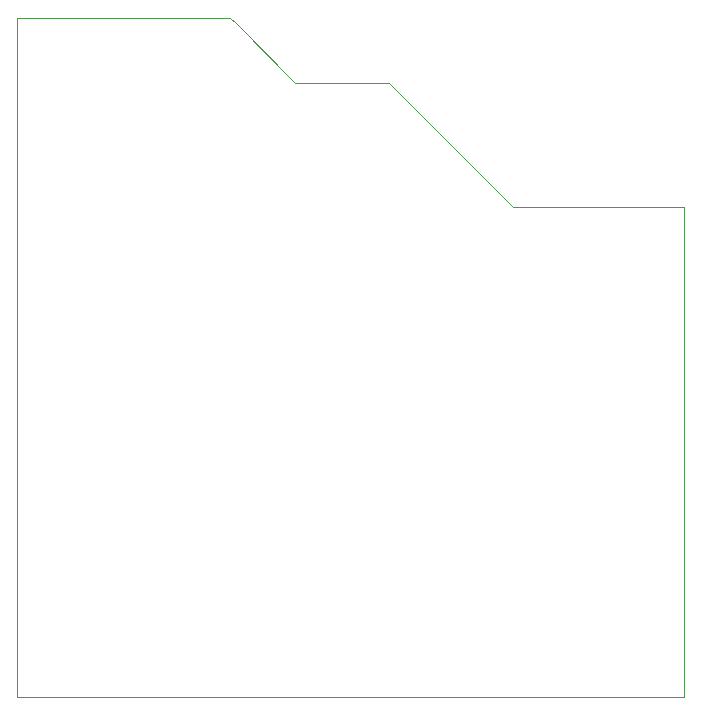
<source format=gbr>
%TF.GenerationSoftware,KiCad,Pcbnew,(6.0.5)*%
%TF.CreationDate,2023-02-01T20:47:26-08:00*%
%TF.ProjectId,USBHub,55534248-7562-42e6-9b69-6361645f7063,rev?*%
%TF.SameCoordinates,Original*%
%TF.FileFunction,Profile,NP*%
%FSLAX46Y46*%
G04 Gerber Fmt 4.6, Leading zero omitted, Abs format (unit mm)*
G04 Created by KiCad (PCBNEW (6.0.5)) date 2023-02-01 20:47:26*
%MOMM*%
%LPD*%
G01*
G04 APERTURE LIST*
%TA.AperFunction,Profile*%
%ADD10C,0.050000*%
%TD*%
G04 APERTURE END LIST*
D10*
X140500000Y-59500000D02*
X141000000Y-60000000D01*
X122500000Y-59500000D02*
X140500000Y-59500000D01*
X141000000Y-60000000D02*
X146000000Y-65000000D01*
X154000000Y-65000000D02*
X146000000Y-65000000D01*
X164500000Y-75500000D02*
X154000000Y-65000000D01*
X179000000Y-75500000D02*
X164500000Y-75500000D01*
X179000000Y-117000000D02*
X179000000Y-75500000D01*
X122500000Y-117000000D02*
X179000000Y-117000000D01*
X122500000Y-117000000D02*
X122500000Y-59500000D01*
M02*

</source>
